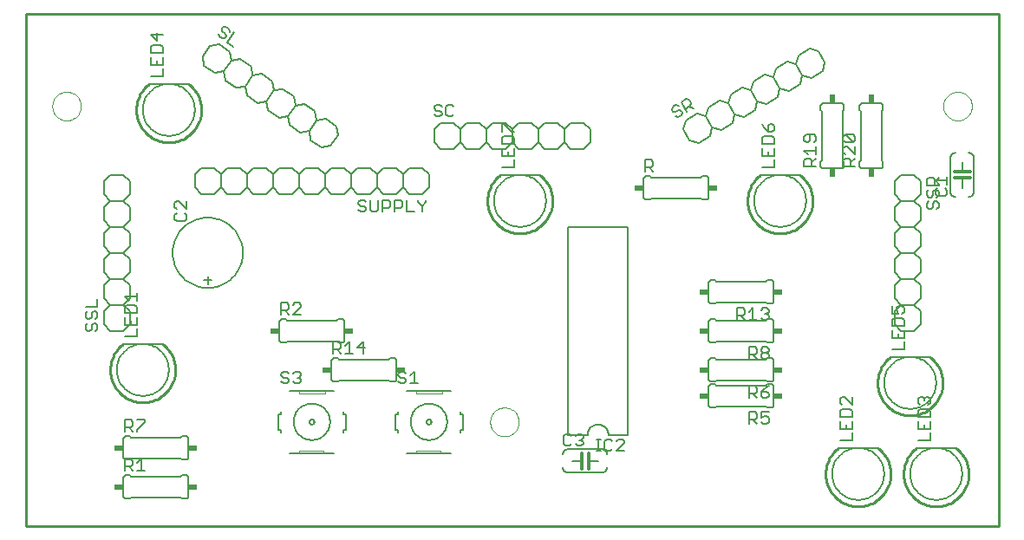
<source format=gto>
G75*
G70*
%OFA0B0*%
%FSLAX24Y24*%
%IPPOS*%
%LPD*%
%AMOC8*
5,1,8,0,0,1.08239X$1,22.5*
%
%ADD10C,0.0100*%
%ADD11C,0.0000*%
%ADD12C,0.0060*%
%ADD13C,0.0120*%
%ADD14C,0.0050*%
%ADD15C,0.0080*%
%ADD16R,0.0340X0.0240*%
%ADD17R,0.0240X0.0340*%
%ADD18C,0.0020*%
D10*
X000160Y000160D02*
X037562Y000160D01*
X037562Y019845D01*
X000160Y019845D01*
X000160Y000160D01*
X003910Y007160D02*
X003856Y007117D01*
X003804Y007071D01*
X003755Y007022D01*
X003708Y006970D01*
X003665Y006916D01*
X003624Y006860D01*
X003587Y006801D01*
X003553Y006741D01*
X003523Y006678D01*
X003496Y006615D01*
X003472Y006549D01*
X003452Y006483D01*
X003436Y006415D01*
X003424Y006347D01*
X003416Y006278D01*
X003411Y006209D01*
X003410Y006139D01*
X003413Y006070D01*
X003420Y006001D01*
X003431Y005933D01*
X003445Y005865D01*
X003464Y005798D01*
X003486Y005732D01*
X003511Y005667D01*
X003540Y005604D01*
X003573Y005543D01*
X003609Y005484D01*
X003648Y005427D01*
X003690Y005371D01*
X003735Y005319D01*
X003783Y005269D01*
X003834Y005222D01*
X003888Y005177D01*
X003943Y005136D01*
X004001Y005098D01*
X004061Y005063D01*
X004123Y005031D01*
X004186Y005003D01*
X004251Y004979D01*
X004317Y004958D01*
X004385Y004941D01*
X004453Y004927D01*
X004522Y004918D01*
X004591Y004912D01*
X004660Y004910D01*
X004729Y004912D01*
X004798Y004918D01*
X004867Y004927D01*
X004935Y004941D01*
X005003Y004958D01*
X005069Y004979D01*
X005134Y005003D01*
X005197Y005031D01*
X005259Y005063D01*
X005319Y005098D01*
X005377Y005136D01*
X005432Y005177D01*
X005486Y005222D01*
X005537Y005269D01*
X005585Y005319D01*
X005630Y005371D01*
X005672Y005427D01*
X005711Y005484D01*
X005747Y005543D01*
X005780Y005604D01*
X005809Y005667D01*
X005834Y005732D01*
X005856Y005798D01*
X005875Y005865D01*
X005889Y005933D01*
X005900Y006001D01*
X005907Y006070D01*
X005910Y006139D01*
X005909Y006209D01*
X005904Y006278D01*
X005896Y006347D01*
X005884Y006415D01*
X005868Y006483D01*
X005848Y006549D01*
X005824Y006615D01*
X005797Y006678D01*
X005767Y006741D01*
X005733Y006801D01*
X005696Y006860D01*
X005655Y006916D01*
X005612Y006970D01*
X005565Y007022D01*
X005516Y007071D01*
X005464Y007117D01*
X005410Y007160D01*
X018410Y013660D02*
X018356Y013617D01*
X018304Y013571D01*
X018255Y013522D01*
X018208Y013470D01*
X018165Y013416D01*
X018124Y013360D01*
X018087Y013301D01*
X018053Y013241D01*
X018023Y013178D01*
X017996Y013115D01*
X017972Y013049D01*
X017952Y012983D01*
X017936Y012915D01*
X017924Y012847D01*
X017916Y012778D01*
X017911Y012709D01*
X017910Y012639D01*
X017913Y012570D01*
X017920Y012501D01*
X017931Y012433D01*
X017945Y012365D01*
X017964Y012298D01*
X017986Y012232D01*
X018011Y012167D01*
X018040Y012104D01*
X018073Y012043D01*
X018109Y011984D01*
X018148Y011927D01*
X018190Y011871D01*
X018235Y011819D01*
X018283Y011769D01*
X018334Y011722D01*
X018388Y011677D01*
X018443Y011636D01*
X018501Y011598D01*
X018561Y011563D01*
X018623Y011531D01*
X018686Y011503D01*
X018751Y011479D01*
X018817Y011458D01*
X018885Y011441D01*
X018953Y011427D01*
X019022Y011418D01*
X019091Y011412D01*
X019160Y011410D01*
X019229Y011412D01*
X019298Y011418D01*
X019367Y011427D01*
X019435Y011441D01*
X019503Y011458D01*
X019569Y011479D01*
X019634Y011503D01*
X019697Y011531D01*
X019759Y011563D01*
X019819Y011598D01*
X019877Y011636D01*
X019932Y011677D01*
X019986Y011722D01*
X020037Y011769D01*
X020085Y011819D01*
X020130Y011871D01*
X020172Y011927D01*
X020211Y011984D01*
X020247Y012043D01*
X020280Y012104D01*
X020309Y012167D01*
X020334Y012232D01*
X020356Y012298D01*
X020375Y012365D01*
X020389Y012433D01*
X020400Y012501D01*
X020407Y012570D01*
X020410Y012639D01*
X020409Y012709D01*
X020404Y012778D01*
X020396Y012847D01*
X020384Y012915D01*
X020368Y012983D01*
X020348Y013049D01*
X020324Y013115D01*
X020297Y013178D01*
X020267Y013241D01*
X020233Y013301D01*
X020196Y013360D01*
X020155Y013416D01*
X020112Y013470D01*
X020065Y013522D01*
X020016Y013571D01*
X019964Y013617D01*
X019910Y013660D01*
X028410Y013660D02*
X028356Y013617D01*
X028304Y013571D01*
X028255Y013522D01*
X028208Y013470D01*
X028165Y013416D01*
X028124Y013360D01*
X028087Y013301D01*
X028053Y013241D01*
X028023Y013178D01*
X027996Y013115D01*
X027972Y013049D01*
X027952Y012983D01*
X027936Y012915D01*
X027924Y012847D01*
X027916Y012778D01*
X027911Y012709D01*
X027910Y012639D01*
X027913Y012570D01*
X027920Y012501D01*
X027931Y012433D01*
X027945Y012365D01*
X027964Y012298D01*
X027986Y012232D01*
X028011Y012167D01*
X028040Y012104D01*
X028073Y012043D01*
X028109Y011984D01*
X028148Y011927D01*
X028190Y011871D01*
X028235Y011819D01*
X028283Y011769D01*
X028334Y011722D01*
X028388Y011677D01*
X028443Y011636D01*
X028501Y011598D01*
X028561Y011563D01*
X028623Y011531D01*
X028686Y011503D01*
X028751Y011479D01*
X028817Y011458D01*
X028885Y011441D01*
X028953Y011427D01*
X029022Y011418D01*
X029091Y011412D01*
X029160Y011410D01*
X029229Y011412D01*
X029298Y011418D01*
X029367Y011427D01*
X029435Y011441D01*
X029503Y011458D01*
X029569Y011479D01*
X029634Y011503D01*
X029697Y011531D01*
X029759Y011563D01*
X029819Y011598D01*
X029877Y011636D01*
X029932Y011677D01*
X029986Y011722D01*
X030037Y011769D01*
X030085Y011819D01*
X030130Y011871D01*
X030172Y011927D01*
X030211Y011984D01*
X030247Y012043D01*
X030280Y012104D01*
X030309Y012167D01*
X030334Y012232D01*
X030356Y012298D01*
X030375Y012365D01*
X030389Y012433D01*
X030400Y012501D01*
X030407Y012570D01*
X030410Y012639D01*
X030409Y012709D01*
X030404Y012778D01*
X030396Y012847D01*
X030384Y012915D01*
X030368Y012983D01*
X030348Y013049D01*
X030324Y013115D01*
X030297Y013178D01*
X030267Y013241D01*
X030233Y013301D01*
X030196Y013360D01*
X030155Y013416D01*
X030112Y013470D01*
X030065Y013522D01*
X030016Y013571D01*
X029964Y013617D01*
X029910Y013660D01*
X033410Y006660D02*
X033356Y006617D01*
X033304Y006571D01*
X033255Y006522D01*
X033208Y006470D01*
X033165Y006416D01*
X033124Y006360D01*
X033087Y006301D01*
X033053Y006241D01*
X033023Y006178D01*
X032996Y006115D01*
X032972Y006049D01*
X032952Y005983D01*
X032936Y005915D01*
X032924Y005847D01*
X032916Y005778D01*
X032911Y005709D01*
X032910Y005639D01*
X032913Y005570D01*
X032920Y005501D01*
X032931Y005433D01*
X032945Y005365D01*
X032964Y005298D01*
X032986Y005232D01*
X033011Y005167D01*
X033040Y005104D01*
X033073Y005043D01*
X033109Y004984D01*
X033148Y004927D01*
X033190Y004871D01*
X033235Y004819D01*
X033283Y004769D01*
X033334Y004722D01*
X033388Y004677D01*
X033443Y004636D01*
X033501Y004598D01*
X033561Y004563D01*
X033623Y004531D01*
X033686Y004503D01*
X033751Y004479D01*
X033817Y004458D01*
X033885Y004441D01*
X033953Y004427D01*
X034022Y004418D01*
X034091Y004412D01*
X034160Y004410D01*
X034229Y004412D01*
X034298Y004418D01*
X034367Y004427D01*
X034435Y004441D01*
X034503Y004458D01*
X034569Y004479D01*
X034634Y004503D01*
X034697Y004531D01*
X034759Y004563D01*
X034819Y004598D01*
X034877Y004636D01*
X034932Y004677D01*
X034986Y004722D01*
X035037Y004769D01*
X035085Y004819D01*
X035130Y004871D01*
X035172Y004927D01*
X035211Y004984D01*
X035247Y005043D01*
X035280Y005104D01*
X035309Y005167D01*
X035334Y005232D01*
X035356Y005298D01*
X035375Y005365D01*
X035389Y005433D01*
X035400Y005501D01*
X035407Y005570D01*
X035410Y005639D01*
X035409Y005709D01*
X035404Y005778D01*
X035396Y005847D01*
X035384Y005915D01*
X035368Y005983D01*
X035348Y006049D01*
X035324Y006115D01*
X035297Y006178D01*
X035267Y006241D01*
X035233Y006301D01*
X035196Y006360D01*
X035155Y006416D01*
X035112Y006470D01*
X035065Y006522D01*
X035016Y006571D01*
X034964Y006617D01*
X034910Y006660D01*
X034410Y003160D02*
X034356Y003117D01*
X034304Y003071D01*
X034255Y003022D01*
X034208Y002970D01*
X034165Y002916D01*
X034124Y002860D01*
X034087Y002801D01*
X034053Y002741D01*
X034023Y002678D01*
X033996Y002615D01*
X033972Y002549D01*
X033952Y002483D01*
X033936Y002415D01*
X033924Y002347D01*
X033916Y002278D01*
X033911Y002209D01*
X033910Y002139D01*
X033913Y002070D01*
X033920Y002001D01*
X033931Y001933D01*
X033945Y001865D01*
X033964Y001798D01*
X033986Y001732D01*
X034011Y001667D01*
X034040Y001604D01*
X034073Y001543D01*
X034109Y001484D01*
X034148Y001427D01*
X034190Y001371D01*
X034235Y001319D01*
X034283Y001269D01*
X034334Y001222D01*
X034388Y001177D01*
X034443Y001136D01*
X034501Y001098D01*
X034561Y001063D01*
X034623Y001031D01*
X034686Y001003D01*
X034751Y000979D01*
X034817Y000958D01*
X034885Y000941D01*
X034953Y000927D01*
X035022Y000918D01*
X035091Y000912D01*
X035160Y000910D01*
X035229Y000912D01*
X035298Y000918D01*
X035367Y000927D01*
X035435Y000941D01*
X035503Y000958D01*
X035569Y000979D01*
X035634Y001003D01*
X035697Y001031D01*
X035759Y001063D01*
X035819Y001098D01*
X035877Y001136D01*
X035932Y001177D01*
X035986Y001222D01*
X036037Y001269D01*
X036085Y001319D01*
X036130Y001371D01*
X036172Y001427D01*
X036211Y001484D01*
X036247Y001543D01*
X036280Y001604D01*
X036309Y001667D01*
X036334Y001732D01*
X036356Y001798D01*
X036375Y001865D01*
X036389Y001933D01*
X036400Y002001D01*
X036407Y002070D01*
X036410Y002139D01*
X036409Y002209D01*
X036404Y002278D01*
X036396Y002347D01*
X036384Y002415D01*
X036368Y002483D01*
X036348Y002549D01*
X036324Y002615D01*
X036297Y002678D01*
X036267Y002741D01*
X036233Y002801D01*
X036196Y002860D01*
X036155Y002916D01*
X036112Y002970D01*
X036065Y003022D01*
X036016Y003071D01*
X035964Y003117D01*
X035910Y003160D01*
X032910Y003160D02*
X032964Y003117D01*
X033016Y003071D01*
X033065Y003022D01*
X033112Y002970D01*
X033155Y002916D01*
X033196Y002860D01*
X033233Y002801D01*
X033267Y002741D01*
X033297Y002678D01*
X033324Y002615D01*
X033348Y002549D01*
X033368Y002483D01*
X033384Y002415D01*
X033396Y002347D01*
X033404Y002278D01*
X033409Y002209D01*
X033410Y002139D01*
X033407Y002070D01*
X033400Y002001D01*
X033389Y001933D01*
X033375Y001865D01*
X033356Y001798D01*
X033334Y001732D01*
X033309Y001667D01*
X033280Y001604D01*
X033247Y001543D01*
X033211Y001484D01*
X033172Y001427D01*
X033130Y001371D01*
X033085Y001319D01*
X033037Y001269D01*
X032986Y001222D01*
X032932Y001177D01*
X032877Y001136D01*
X032819Y001098D01*
X032759Y001063D01*
X032697Y001031D01*
X032634Y001003D01*
X032569Y000979D01*
X032503Y000958D01*
X032435Y000941D01*
X032367Y000927D01*
X032298Y000918D01*
X032229Y000912D01*
X032160Y000910D01*
X032091Y000912D01*
X032022Y000918D01*
X031953Y000927D01*
X031885Y000941D01*
X031817Y000958D01*
X031751Y000979D01*
X031686Y001003D01*
X031623Y001031D01*
X031561Y001063D01*
X031501Y001098D01*
X031443Y001136D01*
X031388Y001177D01*
X031334Y001222D01*
X031283Y001269D01*
X031235Y001319D01*
X031190Y001371D01*
X031148Y001427D01*
X031109Y001484D01*
X031073Y001543D01*
X031040Y001604D01*
X031011Y001667D01*
X030986Y001732D01*
X030964Y001798D01*
X030945Y001865D01*
X030931Y001933D01*
X030920Y002001D01*
X030913Y002070D01*
X030910Y002139D01*
X030911Y002209D01*
X030916Y002278D01*
X030924Y002347D01*
X030936Y002415D01*
X030952Y002483D01*
X030972Y002549D01*
X030996Y002615D01*
X031023Y002678D01*
X031053Y002741D01*
X031087Y002801D01*
X031124Y002860D01*
X031165Y002916D01*
X031208Y002970D01*
X031255Y003022D01*
X031304Y003071D01*
X031356Y003117D01*
X031410Y003160D01*
X006410Y017160D02*
X006464Y017117D01*
X006516Y017071D01*
X006565Y017022D01*
X006612Y016970D01*
X006655Y016916D01*
X006696Y016860D01*
X006733Y016801D01*
X006767Y016741D01*
X006797Y016678D01*
X006824Y016615D01*
X006848Y016549D01*
X006868Y016483D01*
X006884Y016415D01*
X006896Y016347D01*
X006904Y016278D01*
X006909Y016209D01*
X006910Y016139D01*
X006907Y016070D01*
X006900Y016001D01*
X006889Y015933D01*
X006875Y015865D01*
X006856Y015798D01*
X006834Y015732D01*
X006809Y015667D01*
X006780Y015604D01*
X006747Y015543D01*
X006711Y015484D01*
X006672Y015427D01*
X006630Y015371D01*
X006585Y015319D01*
X006537Y015269D01*
X006486Y015222D01*
X006432Y015177D01*
X006377Y015136D01*
X006319Y015098D01*
X006259Y015063D01*
X006197Y015031D01*
X006134Y015003D01*
X006069Y014979D01*
X006003Y014958D01*
X005935Y014941D01*
X005867Y014927D01*
X005798Y014918D01*
X005729Y014912D01*
X005660Y014910D01*
X005591Y014912D01*
X005522Y014918D01*
X005453Y014927D01*
X005385Y014941D01*
X005317Y014958D01*
X005251Y014979D01*
X005186Y015003D01*
X005123Y015031D01*
X005061Y015063D01*
X005001Y015098D01*
X004943Y015136D01*
X004888Y015177D01*
X004834Y015222D01*
X004783Y015269D01*
X004735Y015319D01*
X004690Y015371D01*
X004648Y015427D01*
X004609Y015484D01*
X004573Y015543D01*
X004540Y015604D01*
X004511Y015667D01*
X004486Y015732D01*
X004464Y015798D01*
X004445Y015865D01*
X004431Y015933D01*
X004420Y016001D01*
X004413Y016070D01*
X004410Y016139D01*
X004411Y016209D01*
X004416Y016278D01*
X004424Y016347D01*
X004436Y016415D01*
X004452Y016483D01*
X004472Y016549D01*
X004496Y016615D01*
X004523Y016678D01*
X004553Y016741D01*
X004587Y016801D01*
X004624Y016860D01*
X004665Y016916D01*
X004708Y016970D01*
X004755Y017022D01*
X004804Y017071D01*
X004856Y017117D01*
X004910Y017160D01*
D11*
X001184Y016302D02*
X001186Y016349D01*
X001192Y016395D01*
X001202Y016441D01*
X001215Y016486D01*
X001233Y016529D01*
X001254Y016571D01*
X001278Y016611D01*
X001306Y016648D01*
X001337Y016683D01*
X001371Y016716D01*
X001407Y016745D01*
X001446Y016771D01*
X001487Y016794D01*
X001530Y016813D01*
X001574Y016829D01*
X001619Y016841D01*
X001665Y016849D01*
X001712Y016853D01*
X001758Y016853D01*
X001805Y016849D01*
X001851Y016841D01*
X001896Y016829D01*
X001940Y016813D01*
X001983Y016794D01*
X002024Y016771D01*
X002063Y016745D01*
X002099Y016716D01*
X002133Y016683D01*
X002164Y016648D01*
X002192Y016611D01*
X002216Y016571D01*
X002237Y016529D01*
X002255Y016486D01*
X002268Y016441D01*
X002278Y016395D01*
X002284Y016349D01*
X002286Y016302D01*
X002284Y016255D01*
X002278Y016209D01*
X002268Y016163D01*
X002255Y016118D01*
X002237Y016075D01*
X002216Y016033D01*
X002192Y015993D01*
X002164Y015956D01*
X002133Y015921D01*
X002099Y015888D01*
X002063Y015859D01*
X002024Y015833D01*
X001983Y015810D01*
X001940Y015791D01*
X001896Y015775D01*
X001851Y015763D01*
X001805Y015755D01*
X001758Y015751D01*
X001712Y015751D01*
X001665Y015755D01*
X001619Y015763D01*
X001574Y015775D01*
X001530Y015791D01*
X001487Y015810D01*
X001446Y015833D01*
X001407Y015859D01*
X001371Y015888D01*
X001337Y015921D01*
X001306Y015956D01*
X001278Y015993D01*
X001254Y016033D01*
X001233Y016075D01*
X001215Y016118D01*
X001202Y016163D01*
X001192Y016209D01*
X001186Y016255D01*
X001184Y016302D01*
X018015Y004156D02*
X018017Y004203D01*
X018023Y004249D01*
X018033Y004295D01*
X018046Y004340D01*
X018064Y004383D01*
X018085Y004425D01*
X018109Y004465D01*
X018137Y004502D01*
X018168Y004537D01*
X018202Y004570D01*
X018238Y004599D01*
X018277Y004625D01*
X018318Y004648D01*
X018361Y004667D01*
X018405Y004683D01*
X018450Y004695D01*
X018496Y004703D01*
X018543Y004707D01*
X018589Y004707D01*
X018636Y004703D01*
X018682Y004695D01*
X018727Y004683D01*
X018771Y004667D01*
X018814Y004648D01*
X018855Y004625D01*
X018894Y004599D01*
X018930Y004570D01*
X018964Y004537D01*
X018995Y004502D01*
X019023Y004465D01*
X019047Y004425D01*
X019068Y004383D01*
X019086Y004340D01*
X019099Y004295D01*
X019109Y004249D01*
X019115Y004203D01*
X019117Y004156D01*
X019115Y004109D01*
X019109Y004063D01*
X019099Y004017D01*
X019086Y003972D01*
X019068Y003929D01*
X019047Y003887D01*
X019023Y003847D01*
X018995Y003810D01*
X018964Y003775D01*
X018930Y003742D01*
X018894Y003713D01*
X018855Y003687D01*
X018814Y003664D01*
X018771Y003645D01*
X018727Y003629D01*
X018682Y003617D01*
X018636Y003609D01*
X018589Y003605D01*
X018543Y003605D01*
X018496Y003609D01*
X018450Y003617D01*
X018405Y003629D01*
X018361Y003645D01*
X018318Y003664D01*
X018277Y003687D01*
X018238Y003713D01*
X018202Y003742D01*
X018168Y003775D01*
X018137Y003810D01*
X018109Y003847D01*
X018085Y003887D01*
X018064Y003929D01*
X018046Y003972D01*
X018033Y004017D01*
X018023Y004063D01*
X018017Y004109D01*
X018015Y004156D01*
X035436Y016302D02*
X035438Y016349D01*
X035444Y016395D01*
X035454Y016441D01*
X035467Y016486D01*
X035485Y016529D01*
X035506Y016571D01*
X035530Y016611D01*
X035558Y016648D01*
X035589Y016683D01*
X035623Y016716D01*
X035659Y016745D01*
X035698Y016771D01*
X035739Y016794D01*
X035782Y016813D01*
X035826Y016829D01*
X035871Y016841D01*
X035917Y016849D01*
X035964Y016853D01*
X036010Y016853D01*
X036057Y016849D01*
X036103Y016841D01*
X036148Y016829D01*
X036192Y016813D01*
X036235Y016794D01*
X036276Y016771D01*
X036315Y016745D01*
X036351Y016716D01*
X036385Y016683D01*
X036416Y016648D01*
X036444Y016611D01*
X036468Y016571D01*
X036489Y016529D01*
X036507Y016486D01*
X036520Y016441D01*
X036530Y016395D01*
X036536Y016349D01*
X036538Y016302D01*
X036536Y016255D01*
X036530Y016209D01*
X036520Y016163D01*
X036507Y016118D01*
X036489Y016075D01*
X036468Y016033D01*
X036444Y015993D01*
X036416Y015956D01*
X036385Y015921D01*
X036351Y015888D01*
X036315Y015859D01*
X036276Y015833D01*
X036235Y015810D01*
X036192Y015791D01*
X036148Y015775D01*
X036103Y015763D01*
X036057Y015755D01*
X036010Y015751D01*
X035964Y015751D01*
X035917Y015755D01*
X035871Y015763D01*
X035826Y015775D01*
X035782Y015791D01*
X035739Y015810D01*
X035698Y015833D01*
X035659Y015859D01*
X035623Y015888D01*
X035589Y015921D01*
X035558Y015956D01*
X035530Y015993D01*
X035506Y016033D01*
X035485Y016075D01*
X035467Y016118D01*
X035454Y016163D01*
X035444Y016209D01*
X035438Y016255D01*
X035436Y016302D01*
D12*
X033110Y016310D02*
X033110Y016160D01*
X033060Y016110D01*
X033060Y014210D01*
X033110Y014160D01*
X033110Y014010D01*
X033108Y013993D01*
X033104Y013976D01*
X033097Y013960D01*
X033087Y013946D01*
X033074Y013933D01*
X033060Y013923D01*
X033044Y013916D01*
X033027Y013912D01*
X033010Y013910D01*
X032310Y013910D01*
X032293Y013912D01*
X032276Y013916D01*
X032260Y013923D01*
X032246Y013933D01*
X032233Y013946D01*
X032223Y013960D01*
X032216Y013976D01*
X032212Y013993D01*
X032210Y014010D01*
X032210Y014160D01*
X032260Y014210D01*
X032260Y016110D01*
X032210Y016160D01*
X032210Y016310D01*
X032212Y016327D01*
X032216Y016344D01*
X032223Y016360D01*
X032233Y016374D01*
X032246Y016387D01*
X032260Y016397D01*
X032276Y016404D01*
X032293Y016408D01*
X032310Y016410D01*
X033010Y016410D01*
X033027Y016408D01*
X033044Y016404D01*
X033060Y016397D01*
X033074Y016387D01*
X033087Y016374D01*
X033097Y016360D01*
X033104Y016344D01*
X033108Y016327D01*
X033110Y016310D01*
X031610Y016310D02*
X031610Y016160D01*
X031560Y016110D01*
X031560Y014210D01*
X031610Y014160D01*
X031610Y014010D01*
X031608Y013993D01*
X031604Y013976D01*
X031597Y013960D01*
X031587Y013946D01*
X031574Y013933D01*
X031560Y013923D01*
X031544Y013916D01*
X031527Y013912D01*
X031510Y013910D01*
X030810Y013910D01*
X030793Y013912D01*
X030776Y013916D01*
X030760Y013923D01*
X030746Y013933D01*
X030733Y013946D01*
X030723Y013960D01*
X030716Y013976D01*
X030712Y013993D01*
X030710Y014010D01*
X030710Y014160D01*
X030760Y014210D01*
X030760Y016110D01*
X030710Y016160D01*
X030710Y016310D01*
X030712Y016327D01*
X030716Y016344D01*
X030723Y016360D01*
X030733Y016374D01*
X030746Y016387D01*
X030760Y016397D01*
X030776Y016404D01*
X030793Y016408D01*
X030810Y016410D01*
X031510Y016410D01*
X031527Y016408D01*
X031544Y016404D01*
X031560Y016397D01*
X031574Y016387D01*
X031587Y016374D01*
X031597Y016360D01*
X031604Y016344D01*
X031608Y016327D01*
X031610Y016310D01*
X029926Y017137D02*
X029493Y016887D01*
X029151Y016979D01*
X029060Y016637D01*
X028627Y016387D01*
X028285Y016479D01*
X028193Y016137D01*
X027760Y015887D01*
X027419Y015979D01*
X027327Y015637D01*
X026894Y015387D01*
X026553Y015479D01*
X026461Y015137D01*
X026028Y014887D01*
X025687Y014979D01*
X025437Y015412D01*
X025528Y015753D01*
X025961Y016003D01*
X026303Y015912D01*
X026394Y016253D01*
X026827Y016503D01*
X027169Y016412D01*
X027419Y015979D01*
X026553Y015479D02*
X026303Y015912D01*
X027169Y016412D02*
X027260Y016753D01*
X027693Y017003D01*
X028035Y016912D01*
X028127Y017253D01*
X028560Y017503D01*
X028901Y017412D01*
X028993Y017753D01*
X029426Y018003D01*
X029767Y017912D01*
X029859Y018253D01*
X030292Y018503D01*
X030633Y018412D01*
X030883Y017979D01*
X030792Y017637D01*
X030359Y017387D01*
X030017Y017479D01*
X029926Y017137D01*
X030017Y017479D02*
X029767Y017912D01*
X028901Y017412D02*
X029151Y016979D01*
X028285Y016479D02*
X028035Y016912D01*
X026310Y013610D02*
X026160Y013610D01*
X026110Y013560D01*
X024210Y013560D01*
X024160Y013610D01*
X024010Y013610D01*
X023993Y013608D01*
X023976Y013604D01*
X023960Y013597D01*
X023946Y013587D01*
X023933Y013574D01*
X023923Y013560D01*
X023916Y013544D01*
X023912Y013527D01*
X023910Y013510D01*
X023910Y012810D01*
X023912Y012793D01*
X023916Y012776D01*
X023923Y012760D01*
X023933Y012746D01*
X023946Y012733D01*
X023960Y012723D01*
X023976Y012716D01*
X023993Y012712D01*
X024010Y012710D01*
X024160Y012710D01*
X024210Y012760D01*
X026110Y012760D01*
X026160Y012710D01*
X026310Y012710D01*
X026327Y012712D01*
X026344Y012716D01*
X026360Y012723D01*
X026374Y012733D01*
X026387Y012746D01*
X026397Y012760D01*
X026404Y012776D01*
X026408Y012793D01*
X026410Y012810D01*
X026410Y013510D01*
X026408Y013527D01*
X026404Y013544D01*
X026397Y013560D01*
X026387Y013574D01*
X026374Y013587D01*
X026360Y013597D01*
X026344Y013604D01*
X026327Y013608D01*
X026310Y013610D01*
X028160Y012660D02*
X028162Y012723D01*
X028168Y012785D01*
X028178Y012847D01*
X028191Y012909D01*
X028209Y012969D01*
X028230Y013028D01*
X028255Y013086D01*
X028284Y013142D01*
X028316Y013196D01*
X028351Y013248D01*
X028389Y013297D01*
X028431Y013345D01*
X028475Y013389D01*
X028523Y013431D01*
X028572Y013469D01*
X028624Y013504D01*
X028678Y013536D01*
X028734Y013565D01*
X028792Y013590D01*
X028851Y013611D01*
X028911Y013629D01*
X028973Y013642D01*
X029035Y013652D01*
X029097Y013658D01*
X029160Y013660D01*
X029223Y013658D01*
X029285Y013652D01*
X029347Y013642D01*
X029409Y013629D01*
X029469Y013611D01*
X029528Y013590D01*
X029586Y013565D01*
X029642Y013536D01*
X029696Y013504D01*
X029748Y013469D01*
X029797Y013431D01*
X029845Y013389D01*
X029889Y013345D01*
X029931Y013297D01*
X029969Y013248D01*
X030004Y013196D01*
X030036Y013142D01*
X030065Y013086D01*
X030090Y013028D01*
X030111Y012969D01*
X030129Y012909D01*
X030142Y012847D01*
X030152Y012785D01*
X030158Y012723D01*
X030160Y012660D01*
X030158Y012597D01*
X030152Y012535D01*
X030142Y012473D01*
X030129Y012411D01*
X030111Y012351D01*
X030090Y012292D01*
X030065Y012234D01*
X030036Y012178D01*
X030004Y012124D01*
X029969Y012072D01*
X029931Y012023D01*
X029889Y011975D01*
X029845Y011931D01*
X029797Y011889D01*
X029748Y011851D01*
X029696Y011816D01*
X029642Y011784D01*
X029586Y011755D01*
X029528Y011730D01*
X029469Y011709D01*
X029409Y011691D01*
X029347Y011678D01*
X029285Y011668D01*
X029223Y011662D01*
X029160Y011660D01*
X029097Y011662D01*
X029035Y011668D01*
X028973Y011678D01*
X028911Y011691D01*
X028851Y011709D01*
X028792Y011730D01*
X028734Y011755D01*
X028678Y011784D01*
X028624Y011816D01*
X028572Y011851D01*
X028523Y011889D01*
X028475Y011931D01*
X028431Y011975D01*
X028389Y012023D01*
X028351Y012072D01*
X028316Y012124D01*
X028284Y012178D01*
X028255Y012234D01*
X028230Y012292D01*
X028209Y012351D01*
X028191Y012411D01*
X028178Y012473D01*
X028168Y012535D01*
X028162Y012597D01*
X028160Y012660D01*
X023310Y011660D02*
X021010Y011660D01*
X021010Y003660D01*
X021760Y003660D01*
X021762Y003699D01*
X021768Y003738D01*
X021777Y003776D01*
X021790Y003813D01*
X021807Y003849D01*
X021827Y003882D01*
X021851Y003914D01*
X021877Y003943D01*
X021906Y003969D01*
X021938Y003993D01*
X021971Y004013D01*
X022007Y004030D01*
X022044Y004043D01*
X022082Y004052D01*
X022121Y004058D01*
X022160Y004060D01*
X022199Y004058D01*
X022238Y004052D01*
X022276Y004043D01*
X022313Y004030D01*
X022349Y004013D01*
X022382Y003993D01*
X022414Y003969D01*
X022443Y003943D01*
X022469Y003914D01*
X022493Y003882D01*
X022513Y003849D01*
X022530Y003813D01*
X022543Y003776D01*
X022552Y003738D01*
X022558Y003699D01*
X022560Y003660D01*
X023310Y003660D01*
X023310Y011660D01*
X026510Y009610D02*
X026660Y009610D01*
X026710Y009560D01*
X028610Y009560D01*
X028660Y009610D01*
X028810Y009610D01*
X028827Y009608D01*
X028844Y009604D01*
X028860Y009597D01*
X028874Y009587D01*
X028887Y009574D01*
X028897Y009560D01*
X028904Y009544D01*
X028908Y009527D01*
X028910Y009510D01*
X028910Y008810D01*
X028908Y008793D01*
X028904Y008776D01*
X028897Y008760D01*
X028887Y008746D01*
X028874Y008733D01*
X028860Y008723D01*
X028844Y008716D01*
X028827Y008712D01*
X028810Y008710D01*
X028660Y008710D01*
X028610Y008760D01*
X026710Y008760D01*
X026660Y008710D01*
X026510Y008710D01*
X026493Y008712D01*
X026476Y008716D01*
X026460Y008723D01*
X026446Y008733D01*
X026433Y008746D01*
X026423Y008760D01*
X026416Y008776D01*
X026412Y008793D01*
X026410Y008810D01*
X026410Y009510D01*
X026412Y009527D01*
X026416Y009544D01*
X026423Y009560D01*
X026433Y009574D01*
X026446Y009587D01*
X026460Y009597D01*
X026476Y009604D01*
X026493Y009608D01*
X026510Y009610D01*
X026510Y008110D02*
X026660Y008110D01*
X026710Y008060D01*
X028610Y008060D01*
X028660Y008110D01*
X028810Y008110D01*
X028827Y008108D01*
X028844Y008104D01*
X028860Y008097D01*
X028874Y008087D01*
X028887Y008074D01*
X028897Y008060D01*
X028904Y008044D01*
X028908Y008027D01*
X028910Y008010D01*
X028910Y007310D01*
X028908Y007293D01*
X028904Y007276D01*
X028897Y007260D01*
X028887Y007246D01*
X028874Y007233D01*
X028860Y007223D01*
X028844Y007216D01*
X028827Y007212D01*
X028810Y007210D01*
X028660Y007210D01*
X028610Y007260D01*
X026710Y007260D01*
X026660Y007210D01*
X026510Y007210D01*
X026493Y007212D01*
X026476Y007216D01*
X026460Y007223D01*
X026446Y007233D01*
X026433Y007246D01*
X026423Y007260D01*
X026416Y007276D01*
X026412Y007293D01*
X026410Y007310D01*
X026410Y008010D01*
X026412Y008027D01*
X026416Y008044D01*
X026423Y008060D01*
X026433Y008074D01*
X026446Y008087D01*
X026460Y008097D01*
X026476Y008104D01*
X026493Y008108D01*
X026510Y008110D01*
X026510Y006610D02*
X026660Y006610D01*
X026710Y006560D01*
X028610Y006560D01*
X028660Y006610D01*
X028810Y006610D01*
X028827Y006608D01*
X028844Y006604D01*
X028860Y006597D01*
X028874Y006587D01*
X028887Y006574D01*
X028897Y006560D01*
X028904Y006544D01*
X028908Y006527D01*
X028910Y006510D01*
X028910Y005810D01*
X028908Y005793D01*
X028904Y005776D01*
X028897Y005760D01*
X028887Y005746D01*
X028874Y005733D01*
X028860Y005723D01*
X028844Y005716D01*
X028827Y005712D01*
X028810Y005710D01*
X028660Y005710D01*
X028610Y005760D01*
X026710Y005760D01*
X026660Y005710D01*
X026510Y005710D01*
X026510Y005610D02*
X026660Y005610D01*
X026710Y005560D01*
X028610Y005560D01*
X028660Y005610D01*
X028810Y005610D01*
X028827Y005608D01*
X028844Y005604D01*
X028860Y005597D01*
X028874Y005587D01*
X028887Y005574D01*
X028897Y005560D01*
X028904Y005544D01*
X028908Y005527D01*
X028910Y005510D01*
X028910Y004810D01*
X028908Y004793D01*
X028904Y004776D01*
X028897Y004760D01*
X028887Y004746D01*
X028874Y004733D01*
X028860Y004723D01*
X028844Y004716D01*
X028827Y004712D01*
X028810Y004710D01*
X028660Y004710D01*
X028610Y004760D01*
X026710Y004760D01*
X026660Y004710D01*
X026510Y004710D01*
X026493Y004712D01*
X026476Y004716D01*
X026460Y004723D01*
X026446Y004733D01*
X026433Y004746D01*
X026423Y004760D01*
X026416Y004776D01*
X026412Y004793D01*
X026410Y004810D01*
X026410Y005510D01*
X026412Y005527D01*
X026416Y005544D01*
X026423Y005560D01*
X026433Y005574D01*
X026446Y005587D01*
X026460Y005597D01*
X026476Y005604D01*
X026493Y005608D01*
X026510Y005610D01*
X026510Y005710D02*
X026493Y005712D01*
X026476Y005716D01*
X026460Y005723D01*
X026446Y005733D01*
X026433Y005746D01*
X026423Y005760D01*
X026416Y005776D01*
X026412Y005793D01*
X026410Y005810D01*
X026410Y006510D01*
X026412Y006527D01*
X026416Y006544D01*
X026423Y006560D01*
X026433Y006574D01*
X026446Y006587D01*
X026460Y006597D01*
X026476Y006604D01*
X026493Y006608D01*
X026510Y006610D01*
X022310Y003110D02*
X021010Y003110D01*
X020984Y003108D01*
X020958Y003103D01*
X020933Y003095D01*
X020910Y003083D01*
X020888Y003069D01*
X020869Y003051D01*
X020851Y003032D01*
X020837Y003010D01*
X020825Y002987D01*
X020817Y002962D01*
X020812Y002936D01*
X020810Y002910D01*
X021160Y002660D02*
X021540Y002660D01*
X021790Y002660D02*
X022160Y002660D01*
X022510Y002410D02*
X022508Y002384D01*
X022503Y002358D01*
X022495Y002333D01*
X022483Y002310D01*
X022469Y002288D01*
X022451Y002269D01*
X022432Y002251D01*
X022410Y002237D01*
X022387Y002225D01*
X022362Y002217D01*
X022336Y002212D01*
X022310Y002210D01*
X021010Y002210D01*
X020984Y002212D01*
X020958Y002217D01*
X020933Y002225D01*
X020910Y002237D01*
X020888Y002251D01*
X020869Y002269D01*
X020851Y002288D01*
X020837Y002310D01*
X020825Y002333D01*
X020817Y002358D01*
X020812Y002384D01*
X020810Y002410D01*
X022310Y003110D02*
X022336Y003108D01*
X022362Y003103D01*
X022387Y003095D01*
X022410Y003083D01*
X022432Y003069D01*
X022451Y003051D01*
X022469Y003032D01*
X022483Y003010D01*
X022495Y002987D01*
X022503Y002962D01*
X022508Y002936D01*
X022510Y002910D01*
X016960Y003860D02*
X016960Y004460D01*
X016860Y004460D01*
X016860Y004560D01*
X016860Y003860D02*
X016860Y003760D01*
X016860Y003860D02*
X016960Y003860D01*
X015560Y004160D02*
X015562Y004180D01*
X015568Y004198D01*
X015577Y004216D01*
X015589Y004231D01*
X015604Y004243D01*
X015622Y004252D01*
X015640Y004258D01*
X015660Y004260D01*
X015680Y004258D01*
X015698Y004252D01*
X015716Y004243D01*
X015731Y004231D01*
X015743Y004216D01*
X015752Y004198D01*
X015758Y004180D01*
X015760Y004160D01*
X015758Y004140D01*
X015752Y004122D01*
X015743Y004104D01*
X015731Y004089D01*
X015716Y004077D01*
X015698Y004068D01*
X015680Y004062D01*
X015660Y004060D01*
X015640Y004062D01*
X015622Y004068D01*
X015604Y004077D01*
X015589Y004089D01*
X015577Y004104D01*
X015568Y004122D01*
X015562Y004140D01*
X015560Y004160D01*
X014960Y004160D02*
X014962Y004212D01*
X014968Y004264D01*
X014978Y004316D01*
X014991Y004366D01*
X015008Y004416D01*
X015029Y004464D01*
X015054Y004510D01*
X015082Y004554D01*
X015113Y004596D01*
X015147Y004636D01*
X015184Y004673D01*
X015224Y004707D01*
X015266Y004738D01*
X015310Y004766D01*
X015356Y004791D01*
X015404Y004812D01*
X015454Y004829D01*
X015504Y004842D01*
X015556Y004852D01*
X015608Y004858D01*
X015660Y004860D01*
X015712Y004858D01*
X015764Y004852D01*
X015816Y004842D01*
X015866Y004829D01*
X015916Y004812D01*
X015964Y004791D01*
X016010Y004766D01*
X016054Y004738D01*
X016096Y004707D01*
X016136Y004673D01*
X016173Y004636D01*
X016207Y004596D01*
X016238Y004554D01*
X016266Y004510D01*
X016291Y004464D01*
X016312Y004416D01*
X016329Y004366D01*
X016342Y004316D01*
X016352Y004264D01*
X016358Y004212D01*
X016360Y004160D01*
X016358Y004108D01*
X016352Y004056D01*
X016342Y004004D01*
X016329Y003954D01*
X016312Y003904D01*
X016291Y003856D01*
X016266Y003810D01*
X016238Y003766D01*
X016207Y003724D01*
X016173Y003684D01*
X016136Y003647D01*
X016096Y003613D01*
X016054Y003582D01*
X016010Y003554D01*
X015964Y003529D01*
X015916Y003508D01*
X015866Y003491D01*
X015816Y003478D01*
X015764Y003468D01*
X015712Y003462D01*
X015660Y003460D01*
X015608Y003462D01*
X015556Y003468D01*
X015504Y003478D01*
X015454Y003491D01*
X015404Y003508D01*
X015356Y003529D01*
X015310Y003554D01*
X015266Y003582D01*
X015224Y003613D01*
X015184Y003647D01*
X015147Y003684D01*
X015113Y003724D01*
X015082Y003766D01*
X015054Y003810D01*
X015029Y003856D01*
X015008Y003904D01*
X014991Y003954D01*
X014978Y004004D01*
X014968Y004056D01*
X014962Y004108D01*
X014960Y004160D01*
X014460Y003860D02*
X014460Y003760D01*
X014460Y003860D02*
X014360Y003860D01*
X014360Y004460D01*
X014460Y004460D01*
X014460Y004560D01*
X014810Y005360D02*
X015160Y005360D01*
X016160Y005360D01*
X016510Y005360D01*
X014410Y005810D02*
X014410Y006510D01*
X014408Y006527D01*
X014404Y006544D01*
X014397Y006560D01*
X014387Y006574D01*
X014374Y006587D01*
X014360Y006597D01*
X014344Y006604D01*
X014327Y006608D01*
X014310Y006610D01*
X014160Y006610D01*
X014110Y006560D01*
X012210Y006560D01*
X012160Y006610D01*
X012010Y006610D01*
X011993Y006608D01*
X011976Y006604D01*
X011960Y006597D01*
X011946Y006587D01*
X011933Y006574D01*
X011923Y006560D01*
X011916Y006544D01*
X011912Y006527D01*
X011910Y006510D01*
X011910Y005810D01*
X011912Y005793D01*
X011916Y005776D01*
X011923Y005760D01*
X011933Y005746D01*
X011946Y005733D01*
X011960Y005723D01*
X011976Y005716D01*
X011993Y005712D01*
X012010Y005710D01*
X012160Y005710D01*
X012210Y005760D01*
X014110Y005760D01*
X014160Y005710D01*
X014310Y005710D01*
X014327Y005712D01*
X014344Y005716D01*
X014360Y005723D01*
X014374Y005733D01*
X014387Y005746D01*
X014397Y005760D01*
X014404Y005776D01*
X014408Y005793D01*
X014410Y005810D01*
X012460Y004460D02*
X012360Y004460D01*
X012360Y004560D01*
X012460Y004460D02*
X012460Y003860D01*
X012360Y003860D01*
X012360Y003760D01*
X011060Y004160D02*
X011062Y004180D01*
X011068Y004198D01*
X011077Y004216D01*
X011089Y004231D01*
X011104Y004243D01*
X011122Y004252D01*
X011140Y004258D01*
X011160Y004260D01*
X011180Y004258D01*
X011198Y004252D01*
X011216Y004243D01*
X011231Y004231D01*
X011243Y004216D01*
X011252Y004198D01*
X011258Y004180D01*
X011260Y004160D01*
X011258Y004140D01*
X011252Y004122D01*
X011243Y004104D01*
X011231Y004089D01*
X011216Y004077D01*
X011198Y004068D01*
X011180Y004062D01*
X011160Y004060D01*
X011140Y004062D01*
X011122Y004068D01*
X011104Y004077D01*
X011089Y004089D01*
X011077Y004104D01*
X011068Y004122D01*
X011062Y004140D01*
X011060Y004160D01*
X010460Y004160D02*
X010462Y004212D01*
X010468Y004264D01*
X010478Y004316D01*
X010491Y004366D01*
X010508Y004416D01*
X010529Y004464D01*
X010554Y004510D01*
X010582Y004554D01*
X010613Y004596D01*
X010647Y004636D01*
X010684Y004673D01*
X010724Y004707D01*
X010766Y004738D01*
X010810Y004766D01*
X010856Y004791D01*
X010904Y004812D01*
X010954Y004829D01*
X011004Y004842D01*
X011056Y004852D01*
X011108Y004858D01*
X011160Y004860D01*
X011212Y004858D01*
X011264Y004852D01*
X011316Y004842D01*
X011366Y004829D01*
X011416Y004812D01*
X011464Y004791D01*
X011510Y004766D01*
X011554Y004738D01*
X011596Y004707D01*
X011636Y004673D01*
X011673Y004636D01*
X011707Y004596D01*
X011738Y004554D01*
X011766Y004510D01*
X011791Y004464D01*
X011812Y004416D01*
X011829Y004366D01*
X011842Y004316D01*
X011852Y004264D01*
X011858Y004212D01*
X011860Y004160D01*
X011858Y004108D01*
X011852Y004056D01*
X011842Y004004D01*
X011829Y003954D01*
X011812Y003904D01*
X011791Y003856D01*
X011766Y003810D01*
X011738Y003766D01*
X011707Y003724D01*
X011673Y003684D01*
X011636Y003647D01*
X011596Y003613D01*
X011554Y003582D01*
X011510Y003554D01*
X011464Y003529D01*
X011416Y003508D01*
X011366Y003491D01*
X011316Y003478D01*
X011264Y003468D01*
X011212Y003462D01*
X011160Y003460D01*
X011108Y003462D01*
X011056Y003468D01*
X011004Y003478D01*
X010954Y003491D01*
X010904Y003508D01*
X010856Y003529D01*
X010810Y003554D01*
X010766Y003582D01*
X010724Y003613D01*
X010684Y003647D01*
X010647Y003684D01*
X010613Y003724D01*
X010582Y003766D01*
X010554Y003810D01*
X010529Y003856D01*
X010508Y003904D01*
X010491Y003954D01*
X010478Y004004D01*
X010468Y004056D01*
X010462Y004108D01*
X010460Y004160D01*
X009960Y003860D02*
X009960Y003760D01*
X009960Y003860D02*
X009860Y003860D01*
X009860Y004460D01*
X009960Y004460D01*
X009960Y004560D01*
X010310Y005360D02*
X010660Y005360D01*
X011660Y005360D01*
X012010Y005360D01*
X012160Y007210D02*
X012310Y007210D01*
X012327Y007212D01*
X012344Y007216D01*
X012360Y007223D01*
X012374Y007233D01*
X012387Y007246D01*
X012397Y007260D01*
X012404Y007276D01*
X012408Y007293D01*
X012410Y007310D01*
X012410Y008010D01*
X012408Y008027D01*
X012404Y008044D01*
X012397Y008060D01*
X012387Y008074D01*
X012374Y008087D01*
X012360Y008097D01*
X012344Y008104D01*
X012327Y008108D01*
X012310Y008110D01*
X012160Y008110D01*
X012110Y008060D01*
X010210Y008060D01*
X010160Y008110D01*
X010010Y008110D01*
X009993Y008108D01*
X009976Y008104D01*
X009960Y008097D01*
X009946Y008087D01*
X009933Y008074D01*
X009923Y008060D01*
X009916Y008044D01*
X009912Y008027D01*
X009910Y008010D01*
X009910Y007310D01*
X009912Y007293D01*
X009916Y007276D01*
X009923Y007260D01*
X009933Y007246D01*
X009946Y007233D01*
X009960Y007223D01*
X009976Y007216D01*
X009993Y007212D01*
X010010Y007210D01*
X010160Y007210D01*
X010210Y007260D01*
X012110Y007260D01*
X012160Y007210D01*
X007310Y009610D02*
X007010Y009610D01*
X007160Y009460D02*
X007160Y009760D01*
X005810Y010660D02*
X005812Y010733D01*
X005818Y010806D01*
X005828Y010878D01*
X005842Y010950D01*
X005859Y011021D01*
X005881Y011091D01*
X005906Y011160D01*
X005935Y011227D01*
X005967Y011292D01*
X006003Y011356D01*
X006043Y011418D01*
X006085Y011477D01*
X006131Y011534D01*
X006180Y011588D01*
X006232Y011640D01*
X006286Y011689D01*
X006343Y011735D01*
X006402Y011777D01*
X006464Y011817D01*
X006528Y011853D01*
X006593Y011885D01*
X006660Y011914D01*
X006729Y011939D01*
X006799Y011961D01*
X006870Y011978D01*
X006942Y011992D01*
X007014Y012002D01*
X007087Y012008D01*
X007160Y012010D01*
X007233Y012008D01*
X007306Y012002D01*
X007378Y011992D01*
X007450Y011978D01*
X007521Y011961D01*
X007591Y011939D01*
X007660Y011914D01*
X007727Y011885D01*
X007792Y011853D01*
X007856Y011817D01*
X007918Y011777D01*
X007977Y011735D01*
X008034Y011689D01*
X008088Y011640D01*
X008140Y011588D01*
X008189Y011534D01*
X008235Y011477D01*
X008277Y011418D01*
X008317Y011356D01*
X008353Y011292D01*
X008385Y011227D01*
X008414Y011160D01*
X008439Y011091D01*
X008461Y011021D01*
X008478Y010950D01*
X008492Y010878D01*
X008502Y010806D01*
X008508Y010733D01*
X008510Y010660D01*
X008508Y010587D01*
X008502Y010514D01*
X008492Y010442D01*
X008478Y010370D01*
X008461Y010299D01*
X008439Y010229D01*
X008414Y010160D01*
X008385Y010093D01*
X008353Y010028D01*
X008317Y009964D01*
X008277Y009902D01*
X008235Y009843D01*
X008189Y009786D01*
X008140Y009732D01*
X008088Y009680D01*
X008034Y009631D01*
X007977Y009585D01*
X007918Y009543D01*
X007856Y009503D01*
X007792Y009467D01*
X007727Y009435D01*
X007660Y009406D01*
X007591Y009381D01*
X007521Y009359D01*
X007450Y009342D01*
X007378Y009328D01*
X007306Y009318D01*
X007233Y009312D01*
X007160Y009310D01*
X007087Y009312D01*
X007014Y009318D01*
X006942Y009328D01*
X006870Y009342D01*
X006799Y009359D01*
X006729Y009381D01*
X006660Y009406D01*
X006593Y009435D01*
X006528Y009467D01*
X006464Y009503D01*
X006402Y009543D01*
X006343Y009585D01*
X006286Y009631D01*
X006232Y009680D01*
X006180Y009732D01*
X006131Y009786D01*
X006085Y009843D01*
X006043Y009902D01*
X006003Y009964D01*
X005967Y010028D01*
X005935Y010093D01*
X005906Y010160D01*
X005881Y010229D01*
X005859Y010299D01*
X005842Y010370D01*
X005828Y010442D01*
X005818Y010514D01*
X005812Y010587D01*
X005810Y010660D01*
X004160Y010410D02*
X004160Y009910D01*
X003910Y009660D01*
X004160Y009410D01*
X004160Y008910D01*
X003910Y008660D01*
X004160Y008410D01*
X004160Y007910D01*
X003910Y007660D01*
X003410Y007660D01*
X003160Y007910D01*
X003160Y008410D01*
X003410Y008660D01*
X003160Y008910D01*
X003160Y009410D01*
X003410Y009660D01*
X003910Y009660D01*
X003410Y009660D02*
X003160Y009910D01*
X003160Y010410D01*
X003410Y010660D01*
X003160Y010910D01*
X003160Y011410D01*
X003410Y011660D01*
X003160Y011910D01*
X003160Y012410D01*
X003410Y012660D01*
X003160Y012910D01*
X003160Y013410D01*
X003410Y013660D01*
X003910Y013660D01*
X004160Y013410D01*
X004160Y012910D01*
X003910Y012660D01*
X004160Y012410D01*
X004160Y011910D01*
X003910Y011660D01*
X004160Y011410D01*
X004160Y010910D01*
X003910Y010660D01*
X004160Y010410D01*
X003910Y010660D02*
X003410Y010660D01*
X003410Y011660D02*
X003910Y011660D01*
X003910Y012660D02*
X003410Y012660D01*
X006660Y013178D02*
X006660Y013678D01*
X006910Y013928D01*
X007410Y013928D01*
X007660Y013678D01*
X007910Y013928D01*
X008410Y013928D01*
X008660Y013678D01*
X008910Y013928D01*
X009410Y013928D01*
X009660Y013678D01*
X009910Y013928D01*
X010410Y013928D01*
X010660Y013678D01*
X010910Y013928D01*
X011410Y013928D01*
X011660Y013678D01*
X011910Y013928D01*
X012410Y013928D01*
X012660Y013678D01*
X012910Y013928D01*
X013410Y013928D01*
X013660Y013678D01*
X013910Y013928D01*
X014410Y013928D01*
X014660Y013678D01*
X014910Y013928D01*
X015410Y013928D01*
X015660Y013678D01*
X015660Y013178D01*
X015410Y012928D01*
X014910Y012928D01*
X014660Y013178D01*
X014410Y012928D01*
X013910Y012928D01*
X013660Y013178D01*
X013660Y013678D01*
X014660Y013678D02*
X014660Y013178D01*
X013660Y013178D02*
X013410Y012928D01*
X012910Y012928D01*
X012660Y013178D01*
X012410Y012928D01*
X011910Y012928D01*
X011660Y013178D01*
X011410Y012928D01*
X010910Y012928D01*
X010660Y013178D01*
X010660Y013678D01*
X011660Y013678D02*
X011660Y013178D01*
X010660Y013178D02*
X010410Y012928D01*
X009910Y012928D01*
X009660Y013178D01*
X009410Y012928D01*
X008910Y012928D01*
X008660Y013178D01*
X008410Y012928D01*
X007910Y012928D01*
X007660Y013178D01*
X007410Y012928D01*
X006910Y012928D01*
X006660Y013178D01*
X007660Y013178D02*
X007660Y013678D01*
X008660Y013678D02*
X008660Y013178D01*
X009660Y013178D02*
X009660Y013678D01*
X011118Y014995D02*
X011527Y014709D01*
X011876Y014770D01*
X012162Y015179D01*
X012101Y015528D01*
X011691Y015814D01*
X011343Y015753D01*
X011056Y015343D01*
X011118Y014995D01*
X011056Y015343D02*
X010708Y015282D01*
X010299Y015569D01*
X010237Y015917D01*
X009889Y015856D01*
X009480Y016142D01*
X009418Y016491D01*
X009070Y016429D01*
X008660Y016716D01*
X008599Y017064D01*
X008251Y017003D01*
X007841Y017290D01*
X007780Y017638D01*
X007432Y017576D01*
X007022Y017863D01*
X006961Y018211D01*
X007248Y018621D01*
X007596Y018682D01*
X008005Y018396D01*
X008067Y018047D01*
X008415Y018109D01*
X008824Y017822D01*
X008886Y017474D01*
X008599Y017064D01*
X008886Y017474D02*
X009234Y017535D01*
X009644Y017248D01*
X009705Y016900D01*
X010053Y016962D01*
X010463Y016675D01*
X010524Y016327D01*
X010872Y016388D01*
X011282Y016101D01*
X011343Y015753D01*
X010524Y016327D02*
X010237Y015917D01*
X009418Y016491D02*
X009705Y016900D01*
X008067Y018047D02*
X007780Y017638D01*
X004660Y016160D02*
X004662Y016223D01*
X004668Y016285D01*
X004678Y016347D01*
X004691Y016409D01*
X004709Y016469D01*
X004730Y016528D01*
X004755Y016586D01*
X004784Y016642D01*
X004816Y016696D01*
X004851Y016748D01*
X004889Y016797D01*
X004931Y016845D01*
X004975Y016889D01*
X005023Y016931D01*
X005072Y016969D01*
X005124Y017004D01*
X005178Y017036D01*
X005234Y017065D01*
X005292Y017090D01*
X005351Y017111D01*
X005411Y017129D01*
X005473Y017142D01*
X005535Y017152D01*
X005597Y017158D01*
X005660Y017160D01*
X005723Y017158D01*
X005785Y017152D01*
X005847Y017142D01*
X005909Y017129D01*
X005969Y017111D01*
X006028Y017090D01*
X006086Y017065D01*
X006142Y017036D01*
X006196Y017004D01*
X006248Y016969D01*
X006297Y016931D01*
X006345Y016889D01*
X006389Y016845D01*
X006431Y016797D01*
X006469Y016748D01*
X006504Y016696D01*
X006536Y016642D01*
X006565Y016586D01*
X006590Y016528D01*
X006611Y016469D01*
X006629Y016409D01*
X006642Y016347D01*
X006652Y016285D01*
X006658Y016223D01*
X006660Y016160D01*
X006658Y016097D01*
X006652Y016035D01*
X006642Y015973D01*
X006629Y015911D01*
X006611Y015851D01*
X006590Y015792D01*
X006565Y015734D01*
X006536Y015678D01*
X006504Y015624D01*
X006469Y015572D01*
X006431Y015523D01*
X006389Y015475D01*
X006345Y015431D01*
X006297Y015389D01*
X006248Y015351D01*
X006196Y015316D01*
X006142Y015284D01*
X006086Y015255D01*
X006028Y015230D01*
X005969Y015209D01*
X005909Y015191D01*
X005847Y015178D01*
X005785Y015168D01*
X005723Y015162D01*
X005660Y015160D01*
X005597Y015162D01*
X005535Y015168D01*
X005473Y015178D01*
X005411Y015191D01*
X005351Y015209D01*
X005292Y015230D01*
X005234Y015255D01*
X005178Y015284D01*
X005124Y015316D01*
X005072Y015351D01*
X005023Y015389D01*
X004975Y015431D01*
X004931Y015475D01*
X004889Y015523D01*
X004851Y015572D01*
X004816Y015624D01*
X004784Y015678D01*
X004755Y015734D01*
X004730Y015792D01*
X004709Y015851D01*
X004691Y015911D01*
X004678Y015973D01*
X004668Y016035D01*
X004662Y016097D01*
X004660Y016160D01*
X012660Y013678D02*
X012660Y013178D01*
X015861Y014910D02*
X016111Y014660D01*
X016611Y014660D01*
X016861Y014910D01*
X017111Y014660D01*
X017611Y014660D01*
X017861Y014910D01*
X017861Y015410D01*
X017611Y015660D01*
X017111Y015660D01*
X016861Y015410D01*
X016861Y014910D01*
X016861Y015410D02*
X016611Y015660D01*
X016111Y015660D01*
X015861Y015410D01*
X015861Y014910D01*
X017861Y014910D02*
X018111Y014660D01*
X018611Y014660D01*
X018861Y014910D01*
X019111Y014660D01*
X019611Y014660D01*
X019861Y014910D01*
X020111Y014660D01*
X020611Y014660D01*
X020861Y014910D01*
X021111Y014660D01*
X021611Y014660D01*
X021861Y014910D01*
X021861Y015410D01*
X021611Y015660D01*
X021111Y015660D01*
X020861Y015410D01*
X020861Y014910D01*
X020861Y015410D02*
X020611Y015660D01*
X020111Y015660D01*
X019861Y015410D01*
X019861Y014910D01*
X019861Y015410D02*
X019611Y015660D01*
X019111Y015660D01*
X018861Y015410D01*
X018861Y014910D01*
X018861Y015410D02*
X018611Y015660D01*
X018111Y015660D01*
X017861Y015410D01*
X018160Y012660D02*
X018162Y012723D01*
X018168Y012785D01*
X018178Y012847D01*
X018191Y012909D01*
X018209Y012969D01*
X018230Y013028D01*
X018255Y013086D01*
X018284Y013142D01*
X018316Y013196D01*
X018351Y013248D01*
X018389Y013297D01*
X018431Y013345D01*
X018475Y013389D01*
X018523Y013431D01*
X018572Y013469D01*
X018624Y013504D01*
X018678Y013536D01*
X018734Y013565D01*
X018792Y013590D01*
X018851Y013611D01*
X018911Y013629D01*
X018973Y013642D01*
X019035Y013652D01*
X019097Y013658D01*
X019160Y013660D01*
X019223Y013658D01*
X019285Y013652D01*
X019347Y013642D01*
X019409Y013629D01*
X019469Y013611D01*
X019528Y013590D01*
X019586Y013565D01*
X019642Y013536D01*
X019696Y013504D01*
X019748Y013469D01*
X019797Y013431D01*
X019845Y013389D01*
X019889Y013345D01*
X019931Y013297D01*
X019969Y013248D01*
X020004Y013196D01*
X020036Y013142D01*
X020065Y013086D01*
X020090Y013028D01*
X020111Y012969D01*
X020129Y012909D01*
X020142Y012847D01*
X020152Y012785D01*
X020158Y012723D01*
X020160Y012660D01*
X020158Y012597D01*
X020152Y012535D01*
X020142Y012473D01*
X020129Y012411D01*
X020111Y012351D01*
X020090Y012292D01*
X020065Y012234D01*
X020036Y012178D01*
X020004Y012124D01*
X019969Y012072D01*
X019931Y012023D01*
X019889Y011975D01*
X019845Y011931D01*
X019797Y011889D01*
X019748Y011851D01*
X019696Y011816D01*
X019642Y011784D01*
X019586Y011755D01*
X019528Y011730D01*
X019469Y011709D01*
X019409Y011691D01*
X019347Y011678D01*
X019285Y011668D01*
X019223Y011662D01*
X019160Y011660D01*
X019097Y011662D01*
X019035Y011668D01*
X018973Y011678D01*
X018911Y011691D01*
X018851Y011709D01*
X018792Y011730D01*
X018734Y011755D01*
X018678Y011784D01*
X018624Y011816D01*
X018572Y011851D01*
X018523Y011889D01*
X018475Y011931D01*
X018431Y011975D01*
X018389Y012023D01*
X018351Y012072D01*
X018316Y012124D01*
X018284Y012178D01*
X018255Y012234D01*
X018230Y012292D01*
X018209Y012351D01*
X018191Y012411D01*
X018178Y012473D01*
X018168Y012535D01*
X018162Y012597D01*
X018160Y012660D01*
X003660Y006160D02*
X003662Y006223D01*
X003668Y006285D01*
X003678Y006347D01*
X003691Y006409D01*
X003709Y006469D01*
X003730Y006528D01*
X003755Y006586D01*
X003784Y006642D01*
X003816Y006696D01*
X003851Y006748D01*
X003889Y006797D01*
X003931Y006845D01*
X003975Y006889D01*
X004023Y006931D01*
X004072Y006969D01*
X004124Y007004D01*
X004178Y007036D01*
X004234Y007065D01*
X004292Y007090D01*
X004351Y007111D01*
X004411Y007129D01*
X004473Y007142D01*
X004535Y007152D01*
X004597Y007158D01*
X004660Y007160D01*
X004723Y007158D01*
X004785Y007152D01*
X004847Y007142D01*
X004909Y007129D01*
X004969Y007111D01*
X005028Y007090D01*
X005086Y007065D01*
X005142Y007036D01*
X005196Y007004D01*
X005248Y006969D01*
X005297Y006931D01*
X005345Y006889D01*
X005389Y006845D01*
X005431Y006797D01*
X005469Y006748D01*
X005504Y006696D01*
X005536Y006642D01*
X005565Y006586D01*
X005590Y006528D01*
X005611Y006469D01*
X005629Y006409D01*
X005642Y006347D01*
X005652Y006285D01*
X005658Y006223D01*
X005660Y006160D01*
X005658Y006097D01*
X005652Y006035D01*
X005642Y005973D01*
X005629Y005911D01*
X005611Y005851D01*
X005590Y005792D01*
X005565Y005734D01*
X005536Y005678D01*
X005504Y005624D01*
X005469Y005572D01*
X005431Y005523D01*
X005389Y005475D01*
X005345Y005431D01*
X005297Y005389D01*
X005248Y005351D01*
X005196Y005316D01*
X005142Y005284D01*
X005086Y005255D01*
X005028Y005230D01*
X004969Y005209D01*
X004909Y005191D01*
X004847Y005178D01*
X004785Y005168D01*
X004723Y005162D01*
X004660Y005160D01*
X004597Y005162D01*
X004535Y005168D01*
X004473Y005178D01*
X004411Y005191D01*
X004351Y005209D01*
X004292Y005230D01*
X004234Y005255D01*
X004178Y005284D01*
X004124Y005316D01*
X004072Y005351D01*
X004023Y005389D01*
X003975Y005431D01*
X003931Y005475D01*
X003889Y005523D01*
X003851Y005572D01*
X003816Y005624D01*
X003784Y005678D01*
X003755Y005734D01*
X003730Y005792D01*
X003709Y005851D01*
X003691Y005911D01*
X003678Y005973D01*
X003668Y006035D01*
X003662Y006097D01*
X003660Y006160D01*
X004010Y003610D02*
X004160Y003610D01*
X004210Y003560D01*
X006110Y003560D01*
X006160Y003610D01*
X006310Y003610D01*
X006327Y003608D01*
X006344Y003604D01*
X006360Y003597D01*
X006374Y003587D01*
X006387Y003574D01*
X006397Y003560D01*
X006404Y003544D01*
X006408Y003527D01*
X006410Y003510D01*
X006410Y002810D01*
X006408Y002793D01*
X006404Y002776D01*
X006397Y002760D01*
X006387Y002746D01*
X006374Y002733D01*
X006360Y002723D01*
X006344Y002716D01*
X006327Y002712D01*
X006310Y002710D01*
X006160Y002710D01*
X006110Y002760D01*
X004210Y002760D01*
X004160Y002710D01*
X004010Y002710D01*
X003993Y002712D01*
X003976Y002716D01*
X003960Y002723D01*
X003946Y002733D01*
X003933Y002746D01*
X003923Y002760D01*
X003916Y002776D01*
X003912Y002793D01*
X003910Y002810D01*
X003910Y003510D01*
X003912Y003527D01*
X003916Y003544D01*
X003923Y003560D01*
X003933Y003574D01*
X003946Y003587D01*
X003960Y003597D01*
X003976Y003604D01*
X003993Y003608D01*
X004010Y003610D01*
X004010Y002110D02*
X004160Y002110D01*
X004210Y002060D01*
X006110Y002060D01*
X006160Y002110D01*
X006310Y002110D01*
X006327Y002108D01*
X006344Y002104D01*
X006360Y002097D01*
X006374Y002087D01*
X006387Y002074D01*
X006397Y002060D01*
X006404Y002044D01*
X006408Y002027D01*
X006410Y002010D01*
X006410Y001310D01*
X006408Y001293D01*
X006404Y001276D01*
X006397Y001260D01*
X006387Y001246D01*
X006374Y001233D01*
X006360Y001223D01*
X006344Y001216D01*
X006327Y001212D01*
X006310Y001210D01*
X006160Y001210D01*
X006110Y001260D01*
X004210Y001260D01*
X004160Y001210D01*
X004010Y001210D01*
X003993Y001212D01*
X003976Y001216D01*
X003960Y001223D01*
X003946Y001233D01*
X003933Y001246D01*
X003923Y001260D01*
X003916Y001276D01*
X003912Y001293D01*
X003910Y001310D01*
X003910Y002010D01*
X003912Y002027D01*
X003916Y002044D01*
X003923Y002060D01*
X003933Y002074D01*
X003946Y002087D01*
X003960Y002097D01*
X003976Y002104D01*
X003993Y002108D01*
X004010Y002110D01*
X010310Y002960D02*
X010660Y002960D01*
X011610Y002960D01*
X012010Y002960D01*
X014810Y002960D02*
X015160Y002960D01*
X016110Y002960D01*
X016510Y002960D01*
X003910Y008660D02*
X003410Y008660D01*
X031160Y002160D02*
X031162Y002223D01*
X031168Y002285D01*
X031178Y002347D01*
X031191Y002409D01*
X031209Y002469D01*
X031230Y002528D01*
X031255Y002586D01*
X031284Y002642D01*
X031316Y002696D01*
X031351Y002748D01*
X031389Y002797D01*
X031431Y002845D01*
X031475Y002889D01*
X031523Y002931D01*
X031572Y002969D01*
X031624Y003004D01*
X031678Y003036D01*
X031734Y003065D01*
X031792Y003090D01*
X031851Y003111D01*
X031911Y003129D01*
X031973Y003142D01*
X032035Y003152D01*
X032097Y003158D01*
X032160Y003160D01*
X032223Y003158D01*
X032285Y003152D01*
X032347Y003142D01*
X032409Y003129D01*
X032469Y003111D01*
X032528Y003090D01*
X032586Y003065D01*
X032642Y003036D01*
X032696Y003004D01*
X032748Y002969D01*
X032797Y002931D01*
X032845Y002889D01*
X032889Y002845D01*
X032931Y002797D01*
X032969Y002748D01*
X033004Y002696D01*
X033036Y002642D01*
X033065Y002586D01*
X033090Y002528D01*
X033111Y002469D01*
X033129Y002409D01*
X033142Y002347D01*
X033152Y002285D01*
X033158Y002223D01*
X033160Y002160D01*
X033158Y002097D01*
X033152Y002035D01*
X033142Y001973D01*
X033129Y001911D01*
X033111Y001851D01*
X033090Y001792D01*
X033065Y001734D01*
X033036Y001678D01*
X033004Y001624D01*
X032969Y001572D01*
X032931Y001523D01*
X032889Y001475D01*
X032845Y001431D01*
X032797Y001389D01*
X032748Y001351D01*
X032696Y001316D01*
X032642Y001284D01*
X032586Y001255D01*
X032528Y001230D01*
X032469Y001209D01*
X032409Y001191D01*
X032347Y001178D01*
X032285Y001168D01*
X032223Y001162D01*
X032160Y001160D01*
X032097Y001162D01*
X032035Y001168D01*
X031973Y001178D01*
X031911Y001191D01*
X031851Y001209D01*
X031792Y001230D01*
X031734Y001255D01*
X031678Y001284D01*
X031624Y001316D01*
X031572Y001351D01*
X031523Y001389D01*
X031475Y001431D01*
X031431Y001475D01*
X031389Y001523D01*
X031351Y001572D01*
X031316Y001624D01*
X031284Y001678D01*
X031255Y001734D01*
X031230Y001792D01*
X031209Y001851D01*
X031191Y001911D01*
X031178Y001973D01*
X031168Y002035D01*
X031162Y002097D01*
X031160Y002160D01*
X034160Y002160D02*
X034162Y002223D01*
X034168Y002285D01*
X034178Y002347D01*
X034191Y002409D01*
X034209Y002469D01*
X034230Y002528D01*
X034255Y002586D01*
X034284Y002642D01*
X034316Y002696D01*
X034351Y002748D01*
X034389Y002797D01*
X034431Y002845D01*
X034475Y002889D01*
X034523Y002931D01*
X034572Y002969D01*
X034624Y003004D01*
X034678Y003036D01*
X034734Y003065D01*
X034792Y003090D01*
X034851Y003111D01*
X034911Y003129D01*
X034973Y003142D01*
X035035Y003152D01*
X035097Y003158D01*
X035160Y003160D01*
X035223Y003158D01*
X035285Y003152D01*
X035347Y003142D01*
X035409Y003129D01*
X035469Y003111D01*
X035528Y003090D01*
X035586Y003065D01*
X035642Y003036D01*
X035696Y003004D01*
X035748Y002969D01*
X035797Y002931D01*
X035845Y002889D01*
X035889Y002845D01*
X035931Y002797D01*
X035969Y002748D01*
X036004Y002696D01*
X036036Y002642D01*
X036065Y002586D01*
X036090Y002528D01*
X036111Y002469D01*
X036129Y002409D01*
X036142Y002347D01*
X036152Y002285D01*
X036158Y002223D01*
X036160Y002160D01*
X036158Y002097D01*
X036152Y002035D01*
X036142Y001973D01*
X036129Y001911D01*
X036111Y001851D01*
X036090Y001792D01*
X036065Y001734D01*
X036036Y001678D01*
X036004Y001624D01*
X035969Y001572D01*
X035931Y001523D01*
X035889Y001475D01*
X035845Y001431D01*
X035797Y001389D01*
X035748Y001351D01*
X035696Y001316D01*
X035642Y001284D01*
X035586Y001255D01*
X035528Y001230D01*
X035469Y001209D01*
X035409Y001191D01*
X035347Y001178D01*
X035285Y001168D01*
X035223Y001162D01*
X035160Y001160D01*
X035097Y001162D01*
X035035Y001168D01*
X034973Y001178D01*
X034911Y001191D01*
X034851Y001209D01*
X034792Y001230D01*
X034734Y001255D01*
X034678Y001284D01*
X034624Y001316D01*
X034572Y001351D01*
X034523Y001389D01*
X034475Y001431D01*
X034431Y001475D01*
X034389Y001523D01*
X034351Y001572D01*
X034316Y001624D01*
X034284Y001678D01*
X034255Y001734D01*
X034230Y001792D01*
X034209Y001851D01*
X034191Y001911D01*
X034178Y001973D01*
X034168Y002035D01*
X034162Y002097D01*
X034160Y002160D01*
X033160Y005660D02*
X033162Y005723D01*
X033168Y005785D01*
X033178Y005847D01*
X033191Y005909D01*
X033209Y005969D01*
X033230Y006028D01*
X033255Y006086D01*
X033284Y006142D01*
X033316Y006196D01*
X033351Y006248D01*
X033389Y006297D01*
X033431Y006345D01*
X033475Y006389D01*
X033523Y006431D01*
X033572Y006469D01*
X033624Y006504D01*
X033678Y006536D01*
X033734Y006565D01*
X033792Y006590D01*
X033851Y006611D01*
X033911Y006629D01*
X033973Y006642D01*
X034035Y006652D01*
X034097Y006658D01*
X034160Y006660D01*
X034223Y006658D01*
X034285Y006652D01*
X034347Y006642D01*
X034409Y006629D01*
X034469Y006611D01*
X034528Y006590D01*
X034586Y006565D01*
X034642Y006536D01*
X034696Y006504D01*
X034748Y006469D01*
X034797Y006431D01*
X034845Y006389D01*
X034889Y006345D01*
X034931Y006297D01*
X034969Y006248D01*
X035004Y006196D01*
X035036Y006142D01*
X035065Y006086D01*
X035090Y006028D01*
X035111Y005969D01*
X035129Y005909D01*
X035142Y005847D01*
X035152Y005785D01*
X035158Y005723D01*
X035160Y005660D01*
X035158Y005597D01*
X035152Y005535D01*
X035142Y005473D01*
X035129Y005411D01*
X035111Y005351D01*
X035090Y005292D01*
X035065Y005234D01*
X035036Y005178D01*
X035004Y005124D01*
X034969Y005072D01*
X034931Y005023D01*
X034889Y004975D01*
X034845Y004931D01*
X034797Y004889D01*
X034748Y004851D01*
X034696Y004816D01*
X034642Y004784D01*
X034586Y004755D01*
X034528Y004730D01*
X034469Y004709D01*
X034409Y004691D01*
X034347Y004678D01*
X034285Y004668D01*
X034223Y004662D01*
X034160Y004660D01*
X034097Y004662D01*
X034035Y004668D01*
X033973Y004678D01*
X033911Y004691D01*
X033851Y004709D01*
X033792Y004730D01*
X033734Y004755D01*
X033678Y004784D01*
X033624Y004816D01*
X033572Y004851D01*
X033523Y004889D01*
X033475Y004931D01*
X033431Y004975D01*
X033389Y005023D01*
X033351Y005072D01*
X033316Y005124D01*
X033284Y005178D01*
X033255Y005234D01*
X033230Y005292D01*
X033209Y005351D01*
X033191Y005411D01*
X033178Y005473D01*
X033168Y005535D01*
X033162Y005597D01*
X033160Y005660D01*
X033812Y007660D02*
X033562Y007910D01*
X033562Y008410D01*
X033812Y008660D01*
X033562Y008910D01*
X033562Y009410D01*
X033812Y009660D01*
X033562Y009910D01*
X033562Y010410D01*
X033812Y010660D01*
X033562Y010910D01*
X033562Y011410D01*
X033812Y011660D01*
X033562Y011910D01*
X033562Y012410D01*
X033812Y012660D01*
X033562Y012910D01*
X033562Y013410D01*
X033812Y013660D01*
X034312Y013660D01*
X034562Y013410D01*
X034562Y012910D01*
X034312Y012660D01*
X034562Y012410D01*
X034562Y011910D01*
X034312Y011660D01*
X033812Y011660D01*
X034312Y011660D02*
X034562Y011410D01*
X034562Y010910D01*
X034312Y010660D01*
X034562Y010410D01*
X034562Y009910D01*
X034312Y009660D01*
X034562Y009410D01*
X034562Y008910D01*
X034312Y008660D01*
X034562Y008410D01*
X034562Y007910D01*
X034312Y007660D01*
X033812Y007660D01*
X033812Y008660D02*
X034312Y008660D01*
X034312Y009660D02*
X033812Y009660D01*
X033812Y010660D02*
X034312Y010660D01*
X034312Y012660D02*
X033812Y012660D01*
X035710Y013010D02*
X035710Y014310D01*
X035712Y014336D01*
X035717Y014362D01*
X035725Y014387D01*
X035737Y014410D01*
X035751Y014432D01*
X035769Y014451D01*
X035788Y014469D01*
X035810Y014483D01*
X035833Y014495D01*
X035858Y014503D01*
X035884Y014508D01*
X035910Y014510D01*
X036160Y014160D02*
X036160Y013790D01*
X036160Y013540D02*
X036160Y013160D01*
X035910Y012810D02*
X035884Y012812D01*
X035858Y012817D01*
X035833Y012825D01*
X035810Y012837D01*
X035788Y012851D01*
X035769Y012869D01*
X035751Y012888D01*
X035737Y012910D01*
X035725Y012933D01*
X035717Y012958D01*
X035712Y012984D01*
X035710Y013010D01*
X036410Y012810D02*
X036436Y012812D01*
X036462Y012817D01*
X036487Y012825D01*
X036510Y012837D01*
X036532Y012851D01*
X036551Y012869D01*
X036569Y012888D01*
X036583Y012910D01*
X036595Y012933D01*
X036603Y012958D01*
X036608Y012984D01*
X036610Y013010D01*
X036610Y014310D01*
X036608Y014336D01*
X036603Y014362D01*
X036595Y014387D01*
X036583Y014410D01*
X036569Y014432D01*
X036551Y014451D01*
X036532Y014469D01*
X036510Y014483D01*
X036487Y014495D01*
X036462Y014503D01*
X036436Y014508D01*
X036410Y014510D01*
D13*
X036460Y013790D02*
X036160Y013790D01*
X035860Y013790D01*
X035860Y013540D02*
X036160Y013540D01*
X036460Y013540D01*
X021790Y002960D02*
X021790Y002660D01*
X021790Y002360D01*
X021540Y002360D02*
X021540Y002660D01*
X021540Y002960D01*
D14*
X021521Y003235D02*
X021370Y003235D01*
X021295Y003310D01*
X021135Y003310D02*
X021060Y003235D01*
X020910Y003235D01*
X020835Y003310D01*
X020835Y003610D01*
X020910Y003685D01*
X021060Y003685D01*
X021135Y003610D01*
X021295Y003610D02*
X021370Y003685D01*
X021521Y003685D01*
X021596Y003610D01*
X021596Y003535D01*
X021521Y003460D01*
X021596Y003385D01*
X021596Y003310D01*
X021521Y003235D01*
X021521Y003460D02*
X021446Y003460D01*
X022107Y003485D02*
X022257Y003485D01*
X022182Y003485D02*
X022182Y003035D01*
X022107Y003035D02*
X022257Y003035D01*
X022414Y003110D02*
X022489Y003035D01*
X022639Y003035D01*
X022714Y003110D01*
X022875Y003035D02*
X023175Y003335D01*
X023175Y003410D01*
X023100Y003485D01*
X022950Y003485D01*
X022875Y003410D01*
X022714Y003410D02*
X022639Y003485D01*
X022489Y003485D01*
X022414Y003410D01*
X022414Y003110D01*
X022875Y003035D02*
X023175Y003035D01*
X027964Y004085D02*
X027964Y004535D01*
X028189Y004535D01*
X028264Y004460D01*
X028264Y004310D01*
X028189Y004235D01*
X027964Y004235D01*
X028114Y004235D02*
X028264Y004085D01*
X028425Y004160D02*
X028500Y004085D01*
X028650Y004085D01*
X028725Y004160D01*
X028725Y004310D01*
X028650Y004385D01*
X028575Y004385D01*
X028425Y004310D01*
X028425Y004535D01*
X028725Y004535D01*
X028650Y005085D02*
X028725Y005160D01*
X028725Y005235D01*
X028650Y005310D01*
X028425Y005310D01*
X028425Y005160D01*
X028500Y005085D01*
X028650Y005085D01*
X028425Y005310D02*
X028575Y005460D01*
X028725Y005535D01*
X028264Y005460D02*
X028264Y005310D01*
X028189Y005235D01*
X027964Y005235D01*
X027964Y005085D02*
X027964Y005535D01*
X028189Y005535D01*
X028264Y005460D01*
X028114Y005235D02*
X028264Y005085D01*
X028264Y006585D02*
X028114Y006735D01*
X028189Y006735D02*
X027964Y006735D01*
X027964Y006585D02*
X027964Y007035D01*
X028189Y007035D01*
X028264Y006960D01*
X028264Y006810D01*
X028189Y006735D01*
X028425Y006735D02*
X028500Y006810D01*
X028650Y006810D01*
X028725Y006735D01*
X028725Y006660D01*
X028650Y006585D01*
X028500Y006585D01*
X028425Y006660D01*
X028425Y006735D01*
X028500Y006810D02*
X028425Y006885D01*
X028425Y006960D01*
X028500Y007035D01*
X028650Y007035D01*
X028725Y006960D01*
X028725Y006885D01*
X028650Y006810D01*
X028650Y008085D02*
X028500Y008085D01*
X028425Y008160D01*
X028264Y008085D02*
X027964Y008085D01*
X028114Y008085D02*
X028114Y008535D01*
X027964Y008385D01*
X027804Y008310D02*
X027729Y008235D01*
X027504Y008235D01*
X027654Y008235D02*
X027804Y008085D01*
X027804Y008310D02*
X027804Y008460D01*
X027729Y008535D01*
X027504Y008535D01*
X027504Y008085D01*
X028425Y008460D02*
X028500Y008535D01*
X028650Y008535D01*
X028725Y008460D01*
X028725Y008385D01*
X028650Y008310D01*
X028725Y008235D01*
X028725Y008160D01*
X028650Y008085D01*
X028650Y008310D02*
X028575Y008310D01*
X033475Y008316D02*
X033700Y008316D01*
X033625Y008466D01*
X033625Y008541D01*
X033700Y008616D01*
X033850Y008616D01*
X033925Y008541D01*
X033925Y008391D01*
X033850Y008316D01*
X033850Y008156D02*
X033550Y008156D01*
X033475Y008081D01*
X033475Y007856D01*
X033925Y007856D01*
X033925Y008081D01*
X033850Y008156D01*
X033475Y008316D02*
X033475Y008616D01*
X033475Y007696D02*
X033475Y007395D01*
X033925Y007395D01*
X033925Y007696D01*
X033700Y007546D02*
X033700Y007395D01*
X033925Y007235D02*
X033925Y006935D01*
X033475Y006935D01*
X034550Y005116D02*
X034625Y005116D01*
X034700Y005041D01*
X034775Y005116D01*
X034850Y005116D01*
X034925Y005041D01*
X034925Y004891D01*
X034850Y004816D01*
X034850Y004656D02*
X034550Y004656D01*
X034475Y004581D01*
X034475Y004356D01*
X034925Y004356D01*
X034925Y004581D01*
X034850Y004656D01*
X034550Y004816D02*
X034475Y004891D01*
X034475Y005041D01*
X034550Y005116D01*
X034700Y005041D02*
X034700Y004966D01*
X034925Y004196D02*
X034925Y003895D01*
X034475Y003895D01*
X034475Y004196D01*
X034700Y004046D02*
X034700Y003895D01*
X034925Y003735D02*
X034925Y003435D01*
X034475Y003435D01*
X031925Y003435D02*
X031925Y003735D01*
X031925Y003895D02*
X031475Y003895D01*
X031475Y004196D01*
X031475Y004356D02*
X031475Y004581D01*
X031550Y004656D01*
X031850Y004656D01*
X031925Y004581D01*
X031925Y004356D01*
X031475Y004356D01*
X031700Y004046D02*
X031700Y003895D01*
X031925Y003895D02*
X031925Y004196D01*
X031925Y003435D02*
X031475Y003435D01*
X031550Y004816D02*
X031475Y004891D01*
X031475Y005041D01*
X031550Y005116D01*
X031625Y005116D01*
X031925Y004816D01*
X031925Y005116D01*
X034881Y012334D02*
X034956Y012334D01*
X035031Y012409D01*
X035031Y012559D01*
X035106Y012634D01*
X035182Y012634D01*
X035257Y012559D01*
X035257Y012409D01*
X035182Y012334D01*
X034881Y012334D02*
X034806Y012409D01*
X034806Y012559D01*
X034881Y012634D01*
X034881Y012794D02*
X034956Y012794D01*
X035031Y012869D01*
X035031Y013019D01*
X035106Y013094D01*
X035182Y013094D01*
X035257Y013019D01*
X035257Y012869D01*
X035182Y012794D01*
X035210Y012835D02*
X035135Y012910D01*
X035135Y013060D01*
X035210Y013135D01*
X035257Y013255D02*
X034806Y013255D01*
X034806Y013480D01*
X034881Y013555D01*
X035031Y013555D01*
X035106Y013480D01*
X035106Y013255D01*
X035106Y013405D02*
X035257Y013555D01*
X035135Y013446D02*
X035285Y013295D01*
X035135Y013446D02*
X035585Y013446D01*
X035585Y013596D02*
X035585Y013295D01*
X035510Y013135D02*
X035585Y013060D01*
X035585Y012910D01*
X035510Y012835D01*
X035210Y012835D01*
X034881Y012794D02*
X034806Y012869D01*
X034806Y013019D01*
X034881Y013094D01*
X032035Y013985D02*
X031585Y013985D01*
X031585Y014210D01*
X031660Y014285D01*
X031810Y014285D01*
X031885Y014210D01*
X031885Y013985D01*
X031885Y014135D02*
X032035Y014285D01*
X032035Y014445D02*
X031735Y014746D01*
X031660Y014746D01*
X031585Y014671D01*
X031585Y014520D01*
X031660Y014445D01*
X032035Y014445D02*
X032035Y014746D01*
X031960Y014906D02*
X031660Y014906D01*
X031585Y014981D01*
X031585Y015131D01*
X031660Y015206D01*
X031960Y014906D01*
X032035Y014981D01*
X032035Y015131D01*
X031960Y015206D01*
X031660Y015206D01*
X030535Y015131D02*
X030535Y014981D01*
X030460Y014906D01*
X030310Y014981D02*
X030310Y015206D01*
X030460Y015206D02*
X030160Y015206D01*
X030085Y015131D01*
X030085Y014981D01*
X030160Y014906D01*
X030235Y014906D01*
X030310Y014981D01*
X030535Y015131D02*
X030460Y015206D01*
X030535Y014746D02*
X030535Y014445D01*
X030535Y014596D02*
X030085Y014596D01*
X030235Y014445D01*
X030160Y014285D02*
X030310Y014285D01*
X030385Y014210D01*
X030385Y013985D01*
X030535Y013985D02*
X030085Y013985D01*
X030085Y014210D01*
X030160Y014285D01*
X030385Y014135D02*
X030535Y014285D01*
X028925Y014235D02*
X028925Y013935D01*
X028475Y013935D01*
X028475Y014395D02*
X028925Y014395D01*
X028925Y014696D01*
X028925Y014856D02*
X028475Y014856D01*
X028475Y015081D01*
X028550Y015156D01*
X028850Y015156D01*
X028925Y015081D01*
X028925Y014856D01*
X028475Y014696D02*
X028475Y014395D01*
X028700Y014395D02*
X028700Y014546D01*
X028700Y015316D02*
X028700Y015541D01*
X028775Y015616D01*
X028850Y015616D01*
X028925Y015541D01*
X028925Y015391D01*
X028850Y015316D01*
X028700Y015316D01*
X028550Y015466D01*
X028475Y015616D01*
X025844Y016218D02*
X025639Y016273D01*
X025704Y016311D02*
X025509Y016198D01*
X025584Y016068D02*
X025359Y016458D01*
X025554Y016571D01*
X025656Y016543D01*
X025731Y016413D01*
X025704Y016311D01*
X025370Y016118D02*
X025268Y016146D01*
X025138Y016071D01*
X025035Y016098D01*
X024997Y016163D01*
X025025Y016266D01*
X025155Y016341D01*
X025257Y016313D01*
X025370Y016118D02*
X025408Y016053D01*
X025380Y015951D01*
X025250Y015876D01*
X025148Y015903D01*
X024210Y014235D02*
X024285Y014160D01*
X024285Y014010D01*
X024210Y013935D01*
X023985Y013935D01*
X023985Y013785D02*
X023985Y014235D01*
X024210Y014235D01*
X024135Y013935D02*
X024285Y013785D01*
X018925Y013935D02*
X018925Y014235D01*
X018925Y014395D02*
X018925Y014696D01*
X018925Y014856D02*
X018925Y015081D01*
X018850Y015156D01*
X018550Y015156D01*
X018475Y015081D01*
X018475Y014856D01*
X018925Y014856D01*
X018700Y014546D02*
X018700Y014395D01*
X018475Y014395D02*
X018925Y014395D01*
X018475Y014395D02*
X018475Y014696D01*
X018475Y015316D02*
X018475Y015616D01*
X018550Y015616D01*
X018850Y015316D01*
X018925Y015316D01*
X018925Y013935D02*
X018475Y013935D01*
X015555Y012683D02*
X015555Y012608D01*
X015405Y012458D01*
X015405Y012233D01*
X015405Y012458D02*
X015255Y012608D01*
X015255Y012683D01*
X014794Y012683D02*
X014794Y012233D01*
X015094Y012233D01*
X014634Y012458D02*
X014559Y012383D01*
X014334Y012383D01*
X014334Y012233D02*
X014334Y012683D01*
X014559Y012683D01*
X014634Y012608D01*
X014634Y012458D01*
X014174Y012458D02*
X014099Y012383D01*
X013873Y012383D01*
X013873Y012233D02*
X013873Y012683D01*
X014099Y012683D01*
X014174Y012608D01*
X014174Y012458D01*
X013713Y012308D02*
X013713Y012683D01*
X013413Y012683D02*
X013413Y012308D01*
X013488Y012233D01*
X013638Y012233D01*
X013713Y012308D01*
X013253Y012308D02*
X013178Y012233D01*
X013028Y012233D01*
X012953Y012308D01*
X013028Y012458D02*
X013178Y012458D01*
X013253Y012383D01*
X013253Y012308D01*
X013028Y012458D02*
X012953Y012533D01*
X012953Y012608D01*
X013028Y012683D01*
X013178Y012683D01*
X013253Y012608D01*
X015931Y015905D02*
X015856Y015980D01*
X015931Y015905D02*
X016081Y015905D01*
X016156Y015980D01*
X016156Y016055D01*
X016081Y016130D01*
X015931Y016130D01*
X015856Y016205D01*
X015856Y016280D01*
X015931Y016355D01*
X016081Y016355D01*
X016156Y016280D01*
X016316Y016280D02*
X016316Y015980D01*
X016391Y015905D01*
X016541Y015905D01*
X016616Y015980D01*
X016616Y016280D02*
X016541Y016355D01*
X016391Y016355D01*
X016316Y016280D01*
X008150Y018593D02*
X007904Y018765D01*
X008163Y019134D01*
X007989Y019165D02*
X007970Y019269D01*
X007847Y019355D01*
X007743Y019337D01*
X007700Y019275D01*
X007718Y019171D01*
X007841Y019085D01*
X007859Y018980D01*
X007816Y018919D01*
X007712Y018900D01*
X007589Y018986D01*
X007570Y019091D01*
X005425Y019041D02*
X004975Y019041D01*
X005200Y018816D01*
X005200Y019116D01*
X005350Y018656D02*
X005050Y018656D01*
X004975Y018581D01*
X004975Y018356D01*
X005425Y018356D01*
X005425Y018581D01*
X005350Y018656D01*
X005425Y018196D02*
X005425Y017895D01*
X004975Y017895D01*
X004975Y018196D01*
X005200Y018046D02*
X005200Y017895D01*
X005425Y017735D02*
X005425Y017435D01*
X004975Y017435D01*
X005960Y012646D02*
X005885Y012571D01*
X005885Y012420D01*
X005960Y012345D01*
X005960Y012185D02*
X005885Y012110D01*
X005885Y011960D01*
X005960Y011885D01*
X006260Y011885D01*
X006335Y011960D01*
X006335Y012110D01*
X006260Y012185D01*
X006335Y012345D02*
X006035Y012646D01*
X005960Y012646D01*
X006335Y012646D02*
X006335Y012345D01*
X004425Y009116D02*
X004425Y008816D01*
X004425Y008966D02*
X003975Y008966D01*
X004125Y008816D01*
X004050Y008656D02*
X003975Y008581D01*
X003975Y008356D01*
X004425Y008356D01*
X004425Y008581D01*
X004350Y008656D01*
X004050Y008656D01*
X003975Y008196D02*
X003975Y007895D01*
X004425Y007895D01*
X004425Y008196D01*
X004200Y008046D02*
X004200Y007895D01*
X004425Y007735D02*
X004425Y007435D01*
X003975Y007435D01*
X002915Y007730D02*
X002840Y007655D01*
X002915Y007730D02*
X002915Y007880D01*
X002840Y007955D01*
X002765Y007955D01*
X002690Y007880D01*
X002690Y007730D01*
X002615Y007655D01*
X002540Y007655D01*
X002465Y007730D01*
X002465Y007880D01*
X002540Y007955D01*
X002540Y008115D02*
X002615Y008115D01*
X002690Y008190D01*
X002690Y008341D01*
X002765Y008416D01*
X002840Y008416D01*
X002915Y008341D01*
X002915Y008190D01*
X002840Y008115D01*
X002540Y008115D02*
X002465Y008190D01*
X002465Y008341D01*
X002540Y008416D01*
X002465Y008576D02*
X002915Y008576D01*
X002915Y008876D01*
X009985Y008735D02*
X009985Y008285D01*
X009985Y008435D02*
X010210Y008435D01*
X010285Y008510D01*
X010285Y008660D01*
X010210Y008735D01*
X009985Y008735D01*
X010135Y008435D02*
X010285Y008285D01*
X010445Y008285D02*
X010746Y008585D01*
X010746Y008660D01*
X010671Y008735D01*
X010520Y008735D01*
X010445Y008660D01*
X010445Y008285D02*
X010746Y008285D01*
X011985Y007235D02*
X012210Y007235D01*
X012285Y007160D01*
X012285Y007010D01*
X012210Y006935D01*
X011985Y006935D01*
X011985Y006785D02*
X011985Y007235D01*
X012445Y007085D02*
X012596Y007235D01*
X012596Y006785D01*
X012746Y006785D02*
X012445Y006785D01*
X012285Y006785D02*
X012135Y006935D01*
X012906Y007010D02*
X013131Y007235D01*
X013131Y006785D01*
X013206Y007010D02*
X012906Y007010D01*
X014485Y006010D02*
X014485Y005935D01*
X014560Y005860D01*
X014710Y005860D01*
X014785Y005785D01*
X014785Y005710D01*
X014710Y005635D01*
X014560Y005635D01*
X014485Y005710D01*
X014945Y005635D02*
X015246Y005635D01*
X015096Y005635D02*
X015096Y006085D01*
X014945Y005935D01*
X014785Y006010D02*
X014710Y006085D01*
X014560Y006085D01*
X014485Y006010D01*
X010746Y006010D02*
X010746Y005935D01*
X010671Y005860D01*
X010746Y005785D01*
X010746Y005710D01*
X010671Y005635D01*
X010520Y005635D01*
X010445Y005710D01*
X010285Y005710D02*
X010210Y005635D01*
X010060Y005635D01*
X009985Y005710D01*
X010060Y005860D02*
X010210Y005860D01*
X010285Y005785D01*
X010285Y005710D01*
X010060Y005860D02*
X009985Y005935D01*
X009985Y006010D01*
X010060Y006085D01*
X010210Y006085D01*
X010285Y006010D01*
X010445Y006010D02*
X010520Y006085D01*
X010671Y006085D01*
X010746Y006010D01*
X010671Y005860D02*
X010596Y005860D01*
X004746Y004235D02*
X004746Y004160D01*
X004445Y003860D01*
X004445Y003785D01*
X004285Y003785D02*
X004135Y003935D01*
X004210Y003935D02*
X003985Y003935D01*
X003985Y003785D02*
X003985Y004235D01*
X004210Y004235D01*
X004285Y004160D01*
X004285Y004010D01*
X004210Y003935D01*
X004445Y004235D02*
X004746Y004235D01*
X004596Y002735D02*
X004596Y002285D01*
X004746Y002285D02*
X004445Y002285D01*
X004285Y002285D02*
X004135Y002435D01*
X004210Y002435D02*
X003985Y002435D01*
X003985Y002285D02*
X003985Y002735D01*
X004210Y002735D01*
X004285Y002660D01*
X004285Y002510D01*
X004210Y002435D01*
X004445Y002585D02*
X004596Y002735D01*
D15*
X003910Y007160D02*
X005410Y007160D01*
X018410Y013660D02*
X019910Y013660D01*
X028410Y013660D02*
X029910Y013660D01*
X033410Y006660D02*
X034910Y006660D01*
X034410Y003160D02*
X035910Y003160D01*
X032910Y003160D02*
X031410Y003160D01*
X006410Y017160D02*
X004910Y017160D01*
D16*
X009740Y007660D03*
X011740Y006160D03*
X014580Y006160D03*
X012580Y007660D03*
X006580Y003160D03*
X006580Y001660D03*
X003740Y001660D03*
X003740Y003160D03*
X023740Y013160D03*
X026580Y013160D03*
X026240Y009160D03*
X026240Y007660D03*
X029080Y007660D03*
X029080Y009160D03*
X029080Y006160D03*
X029080Y005160D03*
X026240Y005160D03*
X026240Y006160D03*
D17*
X031160Y013740D03*
X032660Y013740D03*
X032660Y016580D03*
X031160Y016580D03*
D18*
X016160Y005360D02*
X016160Y005260D01*
X015160Y005260D01*
X015160Y005360D01*
X011660Y005360D02*
X011660Y005260D01*
X010660Y005260D01*
X010660Y005360D01*
X010660Y003060D02*
X010660Y002960D01*
X010660Y003060D02*
X011610Y003060D01*
X011610Y002960D01*
X015160Y002960D02*
X015160Y003060D01*
X016110Y003060D01*
X016110Y002960D01*
M02*

</source>
